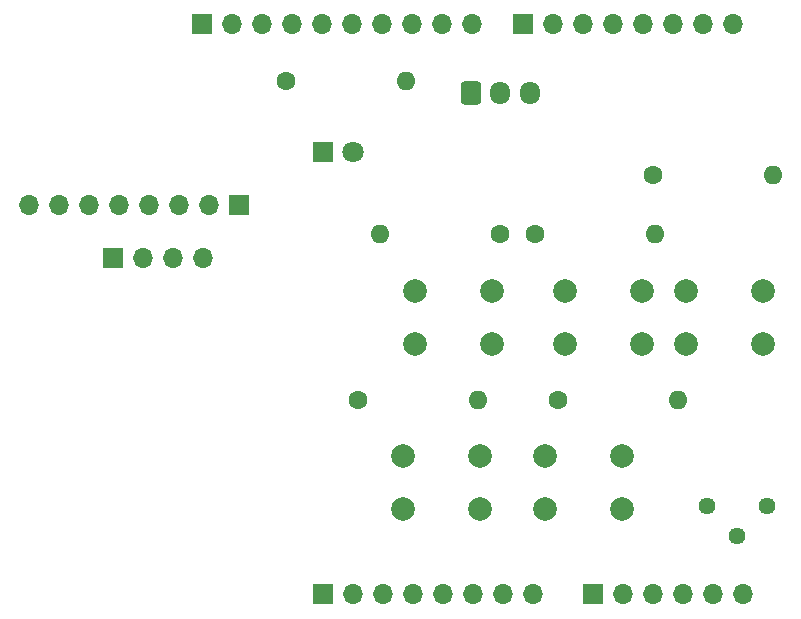
<source format=gbr>
%TF.GenerationSoftware,KiCad,Pcbnew,8.0.8*%
%TF.CreationDate,2025-02-03T17:03:33-07:00*%
%TF.ProjectId,BoardMicro,426f6172-644d-4696-9372-6f2e6b696361,rev?*%
%TF.SameCoordinates,Original*%
%TF.FileFunction,Soldermask,Top*%
%TF.FilePolarity,Negative*%
%FSLAX46Y46*%
G04 Gerber Fmt 4.6, Leading zero omitted, Abs format (unit mm)*
G04 Created by KiCad (PCBNEW 8.0.8) date 2025-02-03 17:03:33*
%MOMM*%
%LPD*%
G01*
G04 APERTURE LIST*
G04 Aperture macros list*
%AMRoundRect*
0 Rectangle with rounded corners*
0 $1 Rounding radius*
0 $2 $3 $4 $5 $6 $7 $8 $9 X,Y pos of 4 corners*
0 Add a 4 corners polygon primitive as box body*
4,1,4,$2,$3,$4,$5,$6,$7,$8,$9,$2,$3,0*
0 Add four circle primitives for the rounded corners*
1,1,$1+$1,$2,$3*
1,1,$1+$1,$4,$5*
1,1,$1+$1,$6,$7*
1,1,$1+$1,$8,$9*
0 Add four rect primitives between the rounded corners*
20,1,$1+$1,$2,$3,$4,$5,0*
20,1,$1+$1,$4,$5,$6,$7,0*
20,1,$1+$1,$6,$7,$8,$9,0*
20,1,$1+$1,$8,$9,$2,$3,0*%
G04 Aperture macros list end*
%ADD10R,1.700000X1.700000*%
%ADD11O,1.700000X1.700000*%
%ADD12C,1.600000*%
%ADD13O,1.600000X1.600000*%
%ADD14C,2.000000*%
%ADD15C,1.440000*%
%ADD16R,1.800000X1.800000*%
%ADD17C,1.800000*%
%ADD18RoundRect,0.250000X-0.600000X-0.725000X0.600000X-0.725000X0.600000X0.725000X-0.600000X0.725000X0*%
%ADD19O,1.700000X1.950000*%
G04 APERTURE END LIST*
D10*
%TO.C,J1*%
X127940000Y-97460000D03*
D11*
X130480000Y-97460000D03*
X133020000Y-97460000D03*
X135560000Y-97460000D03*
X138100000Y-97460000D03*
X140640000Y-97460000D03*
X143180000Y-97460000D03*
X145720000Y-97460000D03*
%TD*%
D10*
%TO.C,J3*%
X150800000Y-97460000D03*
D11*
X153340000Y-97460000D03*
X155880000Y-97460000D03*
X158420000Y-97460000D03*
X160960000Y-97460000D03*
X163500000Y-97460000D03*
%TD*%
D10*
%TO.C,J2*%
X117760000Y-49200000D03*
D11*
X120300000Y-49200000D03*
X122840000Y-49200000D03*
X125380000Y-49200000D03*
X127920000Y-49200000D03*
X130460000Y-49200000D03*
X133000000Y-49200000D03*
X135540000Y-49200000D03*
X138080000Y-49200000D03*
X140620000Y-49200000D03*
%TD*%
D10*
%TO.C,J4*%
X144920000Y-49200000D03*
D11*
X147460000Y-49200000D03*
X150000000Y-49200000D03*
X152540000Y-49200000D03*
X155080000Y-49200000D03*
X157620000Y-49200000D03*
X160160000Y-49200000D03*
X162700000Y-49200000D03*
%TD*%
D12*
%TO.C,R2*%
X155920000Y-62000000D03*
D13*
X166080000Y-62000000D03*
%TD*%
D12*
%TO.C,R1*%
X124840000Y-54000000D03*
D13*
X135000000Y-54000000D03*
%TD*%
D10*
%TO.C,J5*%
X120875000Y-64500000D03*
D11*
X118335000Y-64500000D03*
X115795000Y-64500000D03*
X113255000Y-64500000D03*
X110715000Y-64500000D03*
X108175000Y-64500000D03*
X105635000Y-64500000D03*
X103095000Y-64500000D03*
%TD*%
D12*
%TO.C,R6*%
X143000000Y-67000000D03*
D13*
X132840000Y-67000000D03*
%TD*%
D14*
%TO.C,SW5*%
X135750000Y-71750000D03*
X142250000Y-71750000D03*
X135750000Y-76250000D03*
X142250000Y-76250000D03*
%TD*%
D12*
%TO.C,R5*%
X147840000Y-81000000D03*
D13*
X158000000Y-81000000D03*
%TD*%
D12*
%TO.C,R4*%
X130920000Y-81000000D03*
D13*
X141080000Y-81000000D03*
%TD*%
D14*
%TO.C,SW2*%
X148500000Y-71750000D03*
X155000000Y-71750000D03*
X148500000Y-76250000D03*
X155000000Y-76250000D03*
%TD*%
D10*
%TO.C,J6*%
X110200000Y-68975000D03*
D11*
X112740000Y-68975000D03*
X115280000Y-68975000D03*
X117820000Y-68975000D03*
%TD*%
D15*
%TO.C,RV1*%
X160460000Y-90015000D03*
X163000000Y-92555000D03*
X165540000Y-90015000D03*
%TD*%
D12*
%TO.C,R3*%
X145920000Y-67000000D03*
D13*
X156080000Y-67000000D03*
%TD*%
D14*
%TO.C,SW3*%
X134750000Y-85750000D03*
X141250000Y-85750000D03*
X134750000Y-90250000D03*
X141250000Y-90250000D03*
%TD*%
D16*
%TO.C,D1*%
X128000000Y-60000000D03*
D17*
X130540000Y-60000000D03*
%TD*%
D14*
%TO.C,SW1*%
X158750000Y-71750000D03*
X165250000Y-71750000D03*
X158750000Y-76250000D03*
X165250000Y-76250000D03*
%TD*%
%TO.C,SW4*%
X146750000Y-85750000D03*
X153250000Y-85750000D03*
X146750000Y-90250000D03*
X153250000Y-90250000D03*
%TD*%
D18*
%TO.C,J7*%
X140500000Y-55000000D03*
D19*
X143000000Y-55000000D03*
X145500000Y-55000000D03*
%TD*%
M02*

</source>
